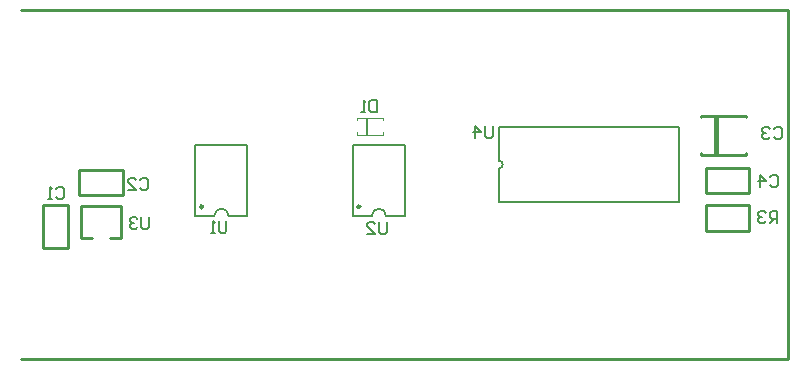
<source format=gbo>
G04 Layer_Color=32896*
%FSLAX42Y42*%
%MOMM*%
G71*
G01*
G75*
%ADD13C,0.25*%
%ADD30C,0.20*%
%ADD31C,0.18*%
%ADD49C,0.18*%
%ADD50C,0.25*%
%ADD51C,0.12*%
D13*
X3496Y4381D02*
Y4594D01*
X3864Y4381D02*
Y4594D01*
X3496Y4381D02*
X3864D01*
X3496Y4594D02*
X3864D01*
X3188Y4304D02*
X3402D01*
X3188Y3936D02*
X3402D01*
X3188D02*
Y4304D01*
X3402Y3936D02*
Y4304D01*
X3847Y4025D02*
Y4028D01*
X3753Y4025D02*
X3847D01*
X3510D02*
Y4295D01*
Y4025D02*
X3605D01*
X3847Y4028D02*
Y4295D01*
X3510D02*
X3847D01*
X9169Y4084D02*
Y4298D01*
X8801Y4084D02*
Y4298D01*
X9169D01*
X8801Y4084D02*
X9169D01*
X8801Y4402D02*
Y4615D01*
X9169Y4402D02*
Y4615D01*
X8801Y4402D02*
X9169D01*
X8801Y4615D02*
X9169D01*
X8763Y5055D02*
X9144D01*
X8763Y4724D02*
X9144D01*
X8763D02*
Y4737D01*
X9144Y4724D02*
Y4737D01*
Y5042D02*
Y5055D01*
X8763Y5042D02*
Y5055D01*
X8876Y4727D02*
Y5052D01*
X8898Y4729D02*
Y5047D01*
X8896Y5049D02*
X8898Y5047D01*
X3000Y5952D02*
X9486D01*
X3000Y3000D02*
X9498D01*
Y2999D02*
Y5952D01*
D30*
X6092Y4209D02*
G03*
X5972Y4209I-60J0D01*
G01*
X4759D02*
G03*
X4639Y4209I-60J0D01*
G01*
X6253D02*
Y4811D01*
X5812Y4209D02*
Y4811D01*
X6253D01*
X6092Y4209D02*
X6253D01*
X5812D02*
X5972D01*
X4919D02*
Y4811D01*
X4479Y4209D02*
Y4811D01*
X4919D01*
X4759Y4209D02*
X4919D01*
X4479D02*
X4639D01*
D31*
X6020Y5187D02*
Y5085D01*
X5969D01*
X5952Y5102D01*
Y5170D01*
X5969Y5187D01*
X6020D01*
X5918Y5085D02*
X5885D01*
X5902D01*
Y5187D01*
X5918Y5170D01*
X4010Y4512D02*
X4027Y4529D01*
X4061D01*
X4078Y4512D01*
Y4444D01*
X4061Y4428D01*
X4027D01*
X4010Y4444D01*
X3908Y4428D02*
X3976D01*
X3908Y4495D01*
Y4512D01*
X3925Y4529D01*
X3959D01*
X3976Y4512D01*
X3295Y4437D02*
X3312Y4454D01*
X3346D01*
X3362Y4437D01*
Y4369D01*
X3346Y4353D01*
X3312D01*
X3295Y4369D01*
X3261Y4353D02*
X3227D01*
X3244D01*
Y4454D01*
X3261Y4437D01*
X4090Y4197D02*
Y4112D01*
X4073Y4095D01*
X4039D01*
X4022Y4112D01*
Y4197D01*
X3988Y4180D02*
X3972Y4197D01*
X3938D01*
X3921Y4180D01*
Y4163D01*
X3938Y4146D01*
X3955D01*
X3938D01*
X3921Y4129D01*
Y4112D01*
X3938Y4095D01*
X3972D01*
X3988Y4112D01*
X9377Y4942D02*
X9394Y4959D01*
X9428D01*
X9445Y4942D01*
Y4874D01*
X9428Y4858D01*
X9394D01*
X9377Y4874D01*
X9343Y4942D02*
X9327Y4959D01*
X9293D01*
X9276Y4942D01*
Y4925D01*
X9293Y4908D01*
X9310D01*
X9293D01*
X9276Y4891D01*
Y4874D01*
X9293Y4858D01*
X9327D01*
X9343Y4874D01*
X7000Y4967D02*
Y4882D01*
X6983Y4865D01*
X6949D01*
X6932Y4882D01*
Y4967D01*
X6848Y4865D02*
Y4967D01*
X6898Y4916D01*
X6831D01*
X6103Y4154D02*
Y4069D01*
X6086Y4053D01*
X6052D01*
X6035Y4069D01*
Y4154D01*
X5933Y4053D02*
X6001D01*
X5933Y4120D01*
Y4137D01*
X5950Y4154D01*
X5984D01*
X6001Y4137D01*
X4742Y4167D02*
Y4082D01*
X4726Y4065D01*
X4692D01*
X4675Y4082D01*
Y4167D01*
X4641Y4065D02*
X4607D01*
X4624D01*
Y4167D01*
X4641Y4150D01*
X9407Y4147D02*
Y4249D01*
X9357D01*
X9340Y4232D01*
Y4198D01*
X9357Y4181D01*
X9407D01*
X9374D02*
X9340Y4147D01*
X9306Y4232D02*
X9289Y4249D01*
X9255D01*
X9238Y4232D01*
Y4215D01*
X9255Y4198D01*
X9272D01*
X9255D01*
X9238Y4181D01*
Y4164D01*
X9255Y4147D01*
X9289D01*
X9306Y4164D01*
X9345Y4540D02*
X9362Y4557D01*
X9396D01*
X9412Y4540D01*
Y4472D01*
X9396Y4455D01*
X9362D01*
X9345Y4472D01*
X9260Y4455D02*
Y4557D01*
X9311Y4506D01*
X9243D01*
D49*
X7049Y4612D02*
G03*
X7049Y4675I0J32D01*
G01*
Y4962D01*
Y4325D02*
Y4612D01*
Y4325D02*
X8572D01*
Y4962D01*
X7049D02*
X8572D01*
D50*
X5875Y4286D02*
G03*
X5875Y4286I-12J0D01*
G01*
X4542D02*
G03*
X4542Y4286I-12J0D01*
G01*
D51*
X6067Y4897D02*
Y4917D01*
X5850Y5017D02*
Y5038D01*
X5920Y4900D02*
Y5038D01*
X5930Y4897D02*
Y5035D01*
X5850Y4897D02*
Y4917D01*
Y4897D02*
X6067D01*
Y5017D02*
Y5038D01*
X5853Y5038D02*
X6067Y5038D01*
M02*

</source>
